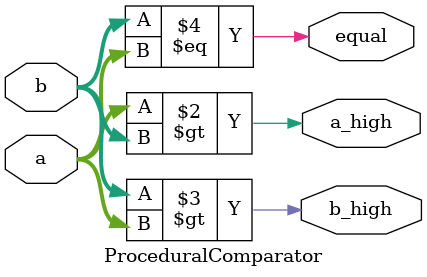
<source format=v>
/* 1- Bit Adder Module
* ---------------------
* By: Arul Prakash Samathuvamani
*
*
*
* Date : 8th March 2021
*
* Module Description:
* ------------------
*
* Performs Procedural Comparator.	
*/

module ProceduralComparator(

input [7:0]a,
input [7:0]b,
output reg a_high, // Wires inside procedural block should have reg data type.
output reg b_high,
output reg equal
);


always @ *  begin  

  // Do not use assign for Reg ! ! 

 a_high = ( a > b ) ; // a_high is 1 when a > b

 b_high = ( b > a ); // b_high is 1 when b >a 

 equal = ( b == a  );  // when a -- b , equal is high

end 

endmodule 
</source>
